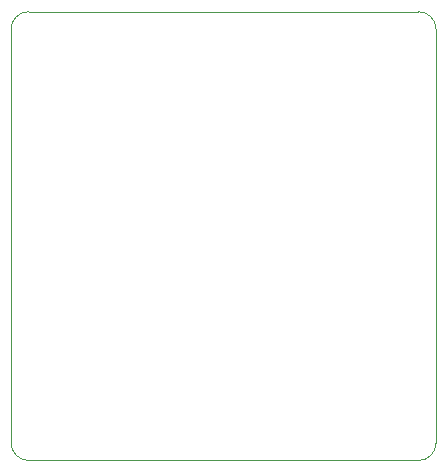
<source format=gbr>
%TF.GenerationSoftware,KiCad,Pcbnew,9.0.3*%
%TF.CreationDate,2025-08-23T17:43:31+02:00*%
%TF.ProjectId,USBPanel,55534250-616e-4656-9c2e-6b696361645f,rev?*%
%TF.SameCoordinates,Original*%
%TF.FileFunction,Profile,NP*%
%FSLAX46Y46*%
G04 Gerber Fmt 4.6, Leading zero omitted, Abs format (unit mm)*
G04 Created by KiCad (PCBNEW 9.0.3) date 2025-08-23 17:43:31*
%MOMM*%
%LPD*%
G01*
G04 APERTURE LIST*
%TA.AperFunction,Profile*%
%ADD10C,0.050000*%
%TD*%
G04 APERTURE END LIST*
D10*
X130000000Y-82500000D02*
G75*
G02*
X131500000Y-81000000I1500000J0D01*
G01*
X166000000Y-82500000D02*
X166000000Y-117500000D01*
X130000000Y-117500000D02*
X130000000Y-82500000D01*
X164500000Y-81000000D02*
G75*
G02*
X166000000Y-82500000I0J-1500000D01*
G01*
X166000000Y-117500000D02*
G75*
G02*
X164500000Y-119000000I-1500000J0D01*
G01*
X131500000Y-119000000D02*
G75*
G02*
X130000000Y-117500000I0J1500000D01*
G01*
X164500000Y-119000000D02*
X131500000Y-119000000D01*
X131500000Y-81000000D02*
X164500000Y-81000000D01*
M02*

</source>
